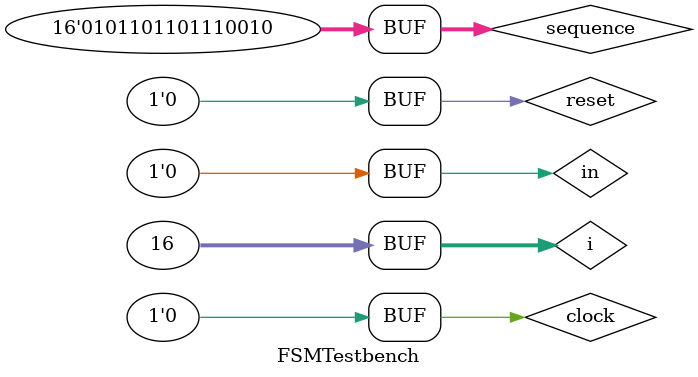
<source format=v>
module FSM(in, reset, clock, out);
  input in, reset, clock;
  output  out;
  reg [2:0]state;
  reg out;
  initial
    begin
      state <= 3'b000;
      out <= 1'b0;
    end
  always @ (posedge clock or posedge reset)
    begin
      if(reset)
        begin
          state <= 3'b000;
          out <= 1'b0;
        end
      else
        begin
          case(state)
            3'b000:
              begin
                if(in)
                  begin
                    state <= 3'b001;
                    out <= 1'b0;
                  end
                else
                  begin
                    state <= 3'b000;
                    out <= 1'b0;
                  end
              end
            3'b001:
              begin
                if(in)
                  begin
                    state <= 3'b001;
                    out <= 1'b0;
                  end
                else
                  begin
                    state <= 3'b010;
                    out <= 1'b0;
                  end
              end
            3'b010:
              begin
                if(in)
                  begin
                    state <= 3'b011;
                    out <= 1'b0;
                  end
                else
                  begin
                    state <= 3'b000;
                    out <= 1'b0;
                  end
              end
            3'b011:
              begin
                if(in)
                  begin
                    state <= 3'b100;
                    out <= 1'b0;
                  end
                else
                  begin
                    state <= 3'b010;
                    out <= 1'b0;
                  end
              end
            3'b100:
              begin
                if(in)
                  begin
                    state <= 3'b001;
                    out <= 1'b0;
                  end
                else
                  begin
                    state <= 3'b010;
                    out <= 1'b1;
                  end
              end
          endcase
        end
    end
endmodule

module FSMTestbench;
  reg clock, reset, in;
  wire  out;
  reg [15:0]sequence;
  integer i;
  FSM mod(in, reset, clock, out);
  initial
    begin
      #0  clock = 1'b0; reset = 1'b1; sequence = 16'b0101101101110010;
      #5  reset = 1'b0;
      for(i=0; i<=15; i=i+1)
        begin
          in = sequence[i];
          #2  clock = 1'b1;
          #2  clock = 1'b0;
          $display("State = ", mod.state, ": Input = ", in, ", Output = ", out);
        end
    end
endmodule

</source>
